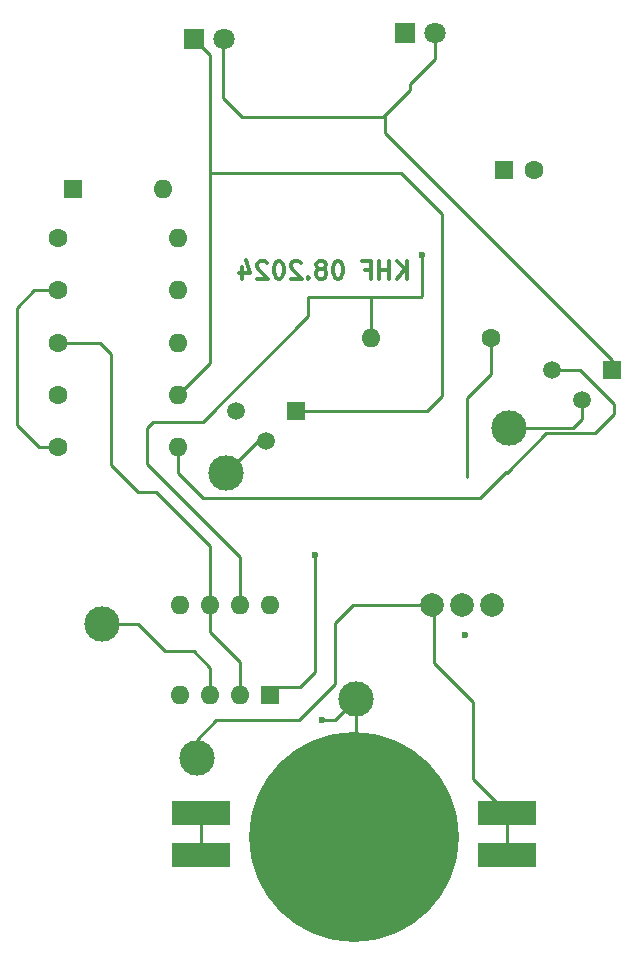
<source format=gbr>
%TF.GenerationSoftware,KiCad,Pcbnew,7.0.8*%
%TF.CreationDate,2024-08-03T05:57:31+02:00*%
%TF.ProjectId,RobiV4,526f6269-5634-42e6-9b69-6361645f7063,rev?*%
%TF.SameCoordinates,Original*%
%TF.FileFunction,Copper,L2,Bot*%
%TF.FilePolarity,Positive*%
%FSLAX46Y46*%
G04 Gerber Fmt 4.6, Leading zero omitted, Abs format (unit mm)*
G04 Created by KiCad (PCBNEW 7.0.8) date 2024-08-03 05:57:31*
%MOMM*%
%LPD*%
G01*
G04 APERTURE LIST*
%ADD10C,0.300000*%
%TA.AperFunction,NonConductor*%
%ADD11C,0.300000*%
%TD*%
%TA.AperFunction,ComponentPad*%
%ADD12R,1.600000X1.600000*%
%TD*%
%TA.AperFunction,ComponentPad*%
%ADD13C,1.600000*%
%TD*%
%TA.AperFunction,ComponentPad*%
%ADD14R,1.800000X1.800000*%
%TD*%
%TA.AperFunction,ComponentPad*%
%ADD15C,1.800000*%
%TD*%
%TA.AperFunction,ComponentPad*%
%ADD16R,1.500000X1.500000*%
%TD*%
%TA.AperFunction,ComponentPad*%
%ADD17C,1.500000*%
%TD*%
%TA.AperFunction,ComponentPad*%
%ADD18O,1.600000X1.600000*%
%TD*%
%TA.AperFunction,ComponentPad*%
%ADD19C,2.000000*%
%TD*%
%TA.AperFunction,SMDPad,CuDef*%
%ADD20R,5.000000X2.000000*%
%TD*%
%TA.AperFunction,SMDPad,CuDef*%
%ADD21C,17.780000*%
%TD*%
%TA.AperFunction,SMDPad,CuDef*%
%ADD22C,3.000000*%
%TD*%
%TA.AperFunction,ViaPad*%
%ADD23C,0.600000*%
%TD*%
%TA.AperFunction,ViaPad*%
%ADD24C,0.300000*%
%TD*%
%TA.AperFunction,Conductor*%
%ADD25C,0.250000*%
%TD*%
G04 APERTURE END LIST*
D10*
D11*
X141525489Y-75550828D02*
X141525489Y-74050828D01*
X140668346Y-75550828D02*
X141311203Y-74693685D01*
X140668346Y-74050828D02*
X141525489Y-74907971D01*
X140025489Y-75550828D02*
X140025489Y-74050828D01*
X140025489Y-74765114D02*
X139168346Y-74765114D01*
X139168346Y-75550828D02*
X139168346Y-74050828D01*
X137954060Y-74765114D02*
X138454060Y-74765114D01*
X138454060Y-75550828D02*
X138454060Y-74050828D01*
X138454060Y-74050828D02*
X137739774Y-74050828D01*
X135739774Y-74050828D02*
X135596917Y-74050828D01*
X135596917Y-74050828D02*
X135454060Y-74122257D01*
X135454060Y-74122257D02*
X135382632Y-74193685D01*
X135382632Y-74193685D02*
X135311203Y-74336542D01*
X135311203Y-74336542D02*
X135239774Y-74622257D01*
X135239774Y-74622257D02*
X135239774Y-74979400D01*
X135239774Y-74979400D02*
X135311203Y-75265114D01*
X135311203Y-75265114D02*
X135382632Y-75407971D01*
X135382632Y-75407971D02*
X135454060Y-75479400D01*
X135454060Y-75479400D02*
X135596917Y-75550828D01*
X135596917Y-75550828D02*
X135739774Y-75550828D01*
X135739774Y-75550828D02*
X135882632Y-75479400D01*
X135882632Y-75479400D02*
X135954060Y-75407971D01*
X135954060Y-75407971D02*
X136025489Y-75265114D01*
X136025489Y-75265114D02*
X136096917Y-74979400D01*
X136096917Y-74979400D02*
X136096917Y-74622257D01*
X136096917Y-74622257D02*
X136025489Y-74336542D01*
X136025489Y-74336542D02*
X135954060Y-74193685D01*
X135954060Y-74193685D02*
X135882632Y-74122257D01*
X135882632Y-74122257D02*
X135739774Y-74050828D01*
X134382632Y-74693685D02*
X134525489Y-74622257D01*
X134525489Y-74622257D02*
X134596918Y-74550828D01*
X134596918Y-74550828D02*
X134668346Y-74407971D01*
X134668346Y-74407971D02*
X134668346Y-74336542D01*
X134668346Y-74336542D02*
X134596918Y-74193685D01*
X134596918Y-74193685D02*
X134525489Y-74122257D01*
X134525489Y-74122257D02*
X134382632Y-74050828D01*
X134382632Y-74050828D02*
X134096918Y-74050828D01*
X134096918Y-74050828D02*
X133954061Y-74122257D01*
X133954061Y-74122257D02*
X133882632Y-74193685D01*
X133882632Y-74193685D02*
X133811203Y-74336542D01*
X133811203Y-74336542D02*
X133811203Y-74407971D01*
X133811203Y-74407971D02*
X133882632Y-74550828D01*
X133882632Y-74550828D02*
X133954061Y-74622257D01*
X133954061Y-74622257D02*
X134096918Y-74693685D01*
X134096918Y-74693685D02*
X134382632Y-74693685D01*
X134382632Y-74693685D02*
X134525489Y-74765114D01*
X134525489Y-74765114D02*
X134596918Y-74836542D01*
X134596918Y-74836542D02*
X134668346Y-74979400D01*
X134668346Y-74979400D02*
X134668346Y-75265114D01*
X134668346Y-75265114D02*
X134596918Y-75407971D01*
X134596918Y-75407971D02*
X134525489Y-75479400D01*
X134525489Y-75479400D02*
X134382632Y-75550828D01*
X134382632Y-75550828D02*
X134096918Y-75550828D01*
X134096918Y-75550828D02*
X133954061Y-75479400D01*
X133954061Y-75479400D02*
X133882632Y-75407971D01*
X133882632Y-75407971D02*
X133811203Y-75265114D01*
X133811203Y-75265114D02*
X133811203Y-74979400D01*
X133811203Y-74979400D02*
X133882632Y-74836542D01*
X133882632Y-74836542D02*
X133954061Y-74765114D01*
X133954061Y-74765114D02*
X134096918Y-74693685D01*
X133168347Y-75407971D02*
X133096918Y-75479400D01*
X133096918Y-75479400D02*
X133168347Y-75550828D01*
X133168347Y-75550828D02*
X133239775Y-75479400D01*
X133239775Y-75479400D02*
X133168347Y-75407971D01*
X133168347Y-75407971D02*
X133168347Y-75550828D01*
X132525489Y-74193685D02*
X132454061Y-74122257D01*
X132454061Y-74122257D02*
X132311204Y-74050828D01*
X132311204Y-74050828D02*
X131954061Y-74050828D01*
X131954061Y-74050828D02*
X131811204Y-74122257D01*
X131811204Y-74122257D02*
X131739775Y-74193685D01*
X131739775Y-74193685D02*
X131668346Y-74336542D01*
X131668346Y-74336542D02*
X131668346Y-74479400D01*
X131668346Y-74479400D02*
X131739775Y-74693685D01*
X131739775Y-74693685D02*
X132596918Y-75550828D01*
X132596918Y-75550828D02*
X131668346Y-75550828D01*
X130739775Y-74050828D02*
X130596918Y-74050828D01*
X130596918Y-74050828D02*
X130454061Y-74122257D01*
X130454061Y-74122257D02*
X130382633Y-74193685D01*
X130382633Y-74193685D02*
X130311204Y-74336542D01*
X130311204Y-74336542D02*
X130239775Y-74622257D01*
X130239775Y-74622257D02*
X130239775Y-74979400D01*
X130239775Y-74979400D02*
X130311204Y-75265114D01*
X130311204Y-75265114D02*
X130382633Y-75407971D01*
X130382633Y-75407971D02*
X130454061Y-75479400D01*
X130454061Y-75479400D02*
X130596918Y-75550828D01*
X130596918Y-75550828D02*
X130739775Y-75550828D01*
X130739775Y-75550828D02*
X130882633Y-75479400D01*
X130882633Y-75479400D02*
X130954061Y-75407971D01*
X130954061Y-75407971D02*
X131025490Y-75265114D01*
X131025490Y-75265114D02*
X131096918Y-74979400D01*
X131096918Y-74979400D02*
X131096918Y-74622257D01*
X131096918Y-74622257D02*
X131025490Y-74336542D01*
X131025490Y-74336542D02*
X130954061Y-74193685D01*
X130954061Y-74193685D02*
X130882633Y-74122257D01*
X130882633Y-74122257D02*
X130739775Y-74050828D01*
X129668347Y-74193685D02*
X129596919Y-74122257D01*
X129596919Y-74122257D02*
X129454062Y-74050828D01*
X129454062Y-74050828D02*
X129096919Y-74050828D01*
X129096919Y-74050828D02*
X128954062Y-74122257D01*
X128954062Y-74122257D02*
X128882633Y-74193685D01*
X128882633Y-74193685D02*
X128811204Y-74336542D01*
X128811204Y-74336542D02*
X128811204Y-74479400D01*
X128811204Y-74479400D02*
X128882633Y-74693685D01*
X128882633Y-74693685D02*
X129739776Y-75550828D01*
X129739776Y-75550828D02*
X128811204Y-75550828D01*
X127525491Y-74550828D02*
X127525491Y-75550828D01*
X127882633Y-73979400D02*
X128239776Y-75050828D01*
X128239776Y-75050828D02*
X127311205Y-75050828D01*
D12*
%TO.P,C1,1*%
%TO.N,Net-(D3-K)*%
X149733000Y-66294000D03*
D13*
%TO.P,C1,2*%
%TO.N,Net-(D1-K)*%
X152233000Y-66294000D03*
%TD*%
D14*
%TO.P,D1,1,K*%
%TO.N,Net-(D1-K)*%
X123444000Y-55245000D03*
D15*
%TO.P,D1,2,A*%
%TO.N,Net-(D1-A)*%
X125984000Y-55245000D03*
%TD*%
D14*
%TO.P,D2,1,K*%
%TO.N,Net-(D1-K)*%
X141351000Y-54737000D03*
D15*
%TO.P,D2,2,A*%
%TO.N,Net-(D1-A)*%
X143891000Y-54737000D03*
%TD*%
D16*
%TO.P,T1,1,E*%
%TO.N,Net-(D1-K)*%
X132080000Y-86766400D03*
D17*
%TO.P,T1,2,B*%
%TO.N,Net-(Q1-B)*%
X129540000Y-89306400D03*
%TO.P,T1,3,C*%
%TO.N,Net-(Q1-C)*%
X127000000Y-86766400D03*
%TD*%
D16*
%TO.P,T2,1,E*%
%TO.N,Net-(D1-A)*%
X158860000Y-83310000D03*
D17*
%TO.P,T2,2,B*%
%TO.N,Net-(Q1-C)*%
X156320000Y-85850000D03*
%TO.P,T2,3,C*%
%TO.N,Net-(Q2-C)*%
X153780000Y-83310000D03*
%TD*%
D12*
%TO.P,D3,1,K*%
%TO.N,Net-(D3-K)*%
X113216001Y-67945000D03*
D18*
%TO.P,D3,2,A*%
%TO.N,Net-(D3-A)*%
X120836001Y-67945000D03*
%TD*%
D13*
%TO.P,R3,1*%
%TO.N,Net-(D3-K)*%
X111946001Y-80951400D03*
D18*
%TO.P,R3,2*%
%TO.N,Net-(Q1-B)*%
X122106001Y-80951400D03*
%TD*%
D13*
%TO.P,R4,1*%
%TO.N,Net-(Q1-B)*%
X111946001Y-85370200D03*
D18*
%TO.P,R4,2*%
%TO.N,Net-(D1-K)*%
X122106001Y-85370200D03*
%TD*%
D13*
%TO.P,R5,1*%
%TO.N,Net-(S1-E)*%
X111946001Y-76532600D03*
D18*
%TO.P,R5,2*%
%TO.N,Net-(Q1-C)*%
X122106001Y-76532600D03*
%TD*%
D13*
%TO.P,R6,1*%
%TO.N,Net-(S1-E)*%
X111946001Y-89789000D03*
D18*
%TO.P,R6,2*%
%TO.N,Net-(Q2-C)*%
X122106001Y-89789000D03*
%TD*%
D13*
%TO.P,R1on1,1*%
%TO.N,Net-(D3-K)*%
X111946001Y-72113800D03*
D18*
%TO.P,R1on1,2*%
%TO.N,Net-(D3-A)*%
X122106001Y-72113800D03*
%TD*%
D19*
%TO.P,S1,1,A*%
%TO.N,Net-(S1-A-Pad1)*%
X143637000Y-103124000D03*
%TO.P,S1,2,E*%
%TO.N,Net-(S1-E)*%
X146177000Y-103124000D03*
%TO.P,S1,3,A*%
%TO.N,unconnected-(S1-A-Pad3)*%
X148717000Y-103124000D03*
%TD*%
D12*
%TO.P,U1,1,GND*%
%TO.N,Net-(D1-K)*%
X129921000Y-110744000D03*
D18*
%TO.P,U1,2,TR*%
%TO.N,Net-(D3-K)*%
X127381000Y-110744000D03*
%TO.P,U1,3,Q*%
%TO.N,unconnected-(U1-Q-Pad3)*%
X124841000Y-110744000D03*
%TO.P,U1,4,R*%
%TO.N,Net-(S1-E)*%
X122301000Y-110744000D03*
%TO.P,U1,5,CV*%
%TO.N,unconnected-(U1-CV-Pad5)*%
X122301000Y-103124000D03*
%TO.P,U1,6,THR*%
%TO.N,Net-(D3-K)*%
X124841000Y-103124000D03*
%TO.P,U1,7,DIS*%
%TO.N,Net-(D3-A)*%
X127381000Y-103124000D03*
%TO.P,U1,8,VCC*%
%TO.N,Net-(S1-E)*%
X129921000Y-103124000D03*
%TD*%
D20*
%TO.P,U2,1*%
%TO.N,Net-(S1-A-Pad1)*%
X124079000Y-120777000D03*
X124079000Y-124333000D03*
X149973000Y-120777000D03*
X149973000Y-124333000D03*
D21*
%TO.P,U2,2*%
%TO.N,Net-(D1-K)*%
X137033000Y-122809000D03*
%TD*%
D22*
%TO.P,GND,1*%
%TO.N,Net-(D1-K)*%
X137160000Y-111125000D03*
%TD*%
%TO.P,VCC,1*%
%TO.N,Net-(S1-Pad1)*%
X123698000Y-116078000D03*
%TD*%
%TO.P,T2-B,1*%
%TO.N,Net-(Q1-C)*%
X150114000Y-88188800D03*
%TD*%
D13*
%TO.P,R1off1,1*%
%TO.N,Net-(S1-E)*%
X148590000Y-80568800D03*
D18*
%TO.P,R1off1,2*%
%TO.N,Net-(D3-A)*%
X138430000Y-80568800D03*
%TD*%
D22*
%TO.P,Q,1*%
%TO.N,Net-(U1-Pad3)*%
X115697000Y-104775000D03*
%TD*%
%TO.P,T1-B,1*%
%TO.N,Net-(Q1-B)*%
X126212600Y-91998800D03*
%TD*%
D23*
%TO.N,Net-(D1-K)*%
X133731000Y-98933000D03*
X134315200Y-112877600D03*
%TO.N,Net-(D3-A)*%
X142748000Y-73533000D03*
D24*
%TO.N,Net-(S1-E)*%
X146558000Y-92354400D03*
D23*
X146431000Y-105664000D03*
%TD*%
D25*
%TO.N,Net-(D3-K)*%
X115495400Y-80951400D02*
X111946001Y-80951400D01*
X124841000Y-103124000D02*
X124841000Y-98171000D01*
X124841000Y-105410000D02*
X124841000Y-103124000D01*
X124841000Y-98171000D02*
X120269000Y-93599000D01*
X127381000Y-107950000D02*
X124841000Y-105410000D01*
X127381000Y-110744000D02*
X127381000Y-107950000D01*
X116459000Y-91313000D02*
X116459000Y-81915000D01*
X116459000Y-81915000D02*
X115495400Y-80951400D01*
X118745000Y-93599000D02*
X116459000Y-91313000D01*
X120269000Y-93599000D02*
X118745000Y-93599000D01*
%TO.N,Net-(D1-K)*%
X133731000Y-98933000D02*
X133731000Y-108839000D01*
X124799201Y-82677000D02*
X124799201Y-66600000D01*
X137160000Y-111125000D02*
X137160000Y-122682000D01*
X124799201Y-56600201D02*
X123444000Y-55245000D01*
X137160000Y-111125000D02*
X135407400Y-112877600D01*
X137160000Y-122682000D02*
X137033000Y-122809000D01*
X144500000Y-70100000D02*
X144500000Y-85500000D01*
X141000000Y-66600000D02*
X144500000Y-70100000D01*
X132461000Y-110109000D02*
X130556000Y-110109000D01*
X135407400Y-112877600D02*
X134315200Y-112877600D01*
X124799201Y-66600000D02*
X124799201Y-56600201D01*
X124799201Y-66600000D02*
X141000000Y-66600000D01*
X133731000Y-108839000D02*
X132461000Y-110109000D01*
X130556000Y-110109000D02*
X129921000Y-110744000D01*
X144500000Y-85500000D02*
X143233600Y-86766400D01*
X143233600Y-86766400D02*
X132080000Y-86766400D01*
X122106001Y-85370200D02*
X124799201Y-82677000D01*
%TO.N,Net-(D1-A)*%
X125909310Y-55319690D02*
X125984000Y-55245000D01*
X139446000Y-61849000D02*
X127560310Y-61849000D01*
X143891000Y-56896000D02*
X141732000Y-59055000D01*
X158860000Y-82406000D02*
X139636500Y-63182500D01*
X139636500Y-61658500D02*
X139446000Y-61849000D01*
X141732000Y-59055000D02*
X141732000Y-59563000D01*
X139636500Y-63182500D02*
X139636500Y-61658500D01*
X143891000Y-54737000D02*
X143891000Y-56896000D01*
X125909310Y-60198000D02*
X125909310Y-55319690D01*
X158860000Y-83310000D02*
X158860000Y-82406000D01*
X141732000Y-59563000D02*
X139636500Y-61658500D01*
X127560310Y-61849000D02*
X125909310Y-60198000D01*
%TO.N,Net-(D3-A)*%
X120015000Y-87630000D02*
X119507000Y-88138000D01*
X127381000Y-99060000D02*
X127381000Y-100838000D01*
X119507000Y-88138000D02*
X119507000Y-91186000D01*
X127381000Y-100074590D02*
X127381000Y-100838000D01*
X138430000Y-77139800D02*
X138480800Y-77089000D01*
X124206000Y-87630000D02*
X120015000Y-87630000D01*
X119507000Y-91186000D02*
X127381000Y-99060000D01*
X138480800Y-77089000D02*
X142661000Y-77089000D01*
X133140999Y-78695001D02*
X124206000Y-87630000D01*
X138480800Y-77089000D02*
X133140999Y-77089000D01*
X127381000Y-100838000D02*
X127381000Y-103124000D01*
X142748000Y-77002000D02*
X142748000Y-73533000D01*
X138430000Y-80568800D02*
X138430000Y-77139800D01*
X133140999Y-77089000D02*
X133140999Y-78695001D01*
X142661000Y-77089000D02*
X142748000Y-77002000D01*
%TO.N,Net-(S1-E)*%
X148590000Y-80568800D02*
X148590000Y-83566000D01*
X111946001Y-89789000D02*
X110363000Y-89789000D01*
X108458000Y-77978000D02*
X109903400Y-76532600D01*
X108458000Y-87884000D02*
X108458000Y-77978000D01*
X109903400Y-76532600D02*
X111946001Y-76532600D01*
X146558000Y-85598000D02*
X146558000Y-92354400D01*
X148590000Y-83566000D02*
X146558000Y-85598000D01*
X110363000Y-89789000D02*
X108458000Y-87884000D01*
%TO.N,Net-(S1-Pad1)*%
X125349000Y-112903000D02*
X132334000Y-112903000D01*
X135382000Y-109855000D02*
X135382000Y-104648000D01*
X123698000Y-116078000D02*
X123698000Y-114554000D01*
X136906000Y-103124000D02*
X143637000Y-103124000D01*
X135382000Y-104648000D02*
X136906000Y-103124000D01*
X132334000Y-112903000D02*
X135382000Y-109855000D01*
X124079000Y-116459000D02*
X123698000Y-116078000D01*
X123698000Y-114554000D02*
X125349000Y-112903000D01*
%TO.N,Net-(U1-Pad3)*%
X118745000Y-104775000D02*
X121031000Y-107061000D01*
X115697000Y-104775000D02*
X118745000Y-104775000D01*
X124841000Y-108458000D02*
X124841000Y-110744000D01*
X123444000Y-107061000D02*
X124841000Y-108458000D01*
X121031000Y-107061000D02*
X123444000Y-107061000D01*
%TO.N,Net-(S1-A-Pad1)*%
X147066000Y-117870000D02*
X147066000Y-111353600D01*
X149973000Y-120777000D02*
X147066000Y-117870000D01*
X147066000Y-111353600D02*
X143823396Y-108110996D01*
X149973000Y-124333000D02*
X149973000Y-120777000D01*
X143823396Y-108110996D02*
X143823396Y-103574000D01*
X124079000Y-124333000D02*
X124079000Y-120777000D01*
X143823396Y-103574000D02*
X143955198Y-103442198D01*
%TO.N,Net-(Q1-B)*%
X128905000Y-89306400D02*
X129540000Y-89306400D01*
X126212600Y-91998800D02*
X128905000Y-89306400D01*
%TO.N,Net-(Q1-C)*%
X155549600Y-88188800D02*
X156320000Y-87418400D01*
X155549600Y-88188800D02*
X150114000Y-88188800D01*
X156320000Y-87418400D02*
X156320000Y-85850000D01*
%TO.N,Net-(Q2-C)*%
X159054800Y-87020400D02*
X157436400Y-88638800D01*
X153282454Y-88638800D02*
X149973254Y-91948000D01*
X149916627Y-91891373D02*
X149973254Y-91948000D01*
X159054800Y-87020400D02*
X159054800Y-86184800D01*
X122106001Y-89789000D02*
X122106001Y-92007001D01*
X124206000Y-94107000D02*
X147701000Y-94107000D01*
X147701000Y-94107000D02*
X149916627Y-91891373D01*
X156180000Y-83310000D02*
X153780000Y-83310000D01*
X159054800Y-86184800D02*
X156180000Y-83310000D01*
X157436400Y-88638800D02*
X153282454Y-88638800D01*
X122106001Y-92007001D02*
X124206000Y-94107000D01*
%TD*%
M02*

</source>
